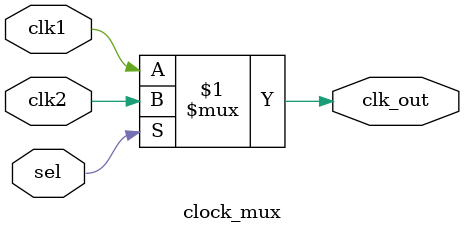
<source format=v>
`timescale 1ns / 1ps


module clock_mux(

    input clk1,
    input clk2,
    input sel,
    output clk_out
    );

    assign clk_out = sel ? clk2 : clk1;
endmodule

</source>
